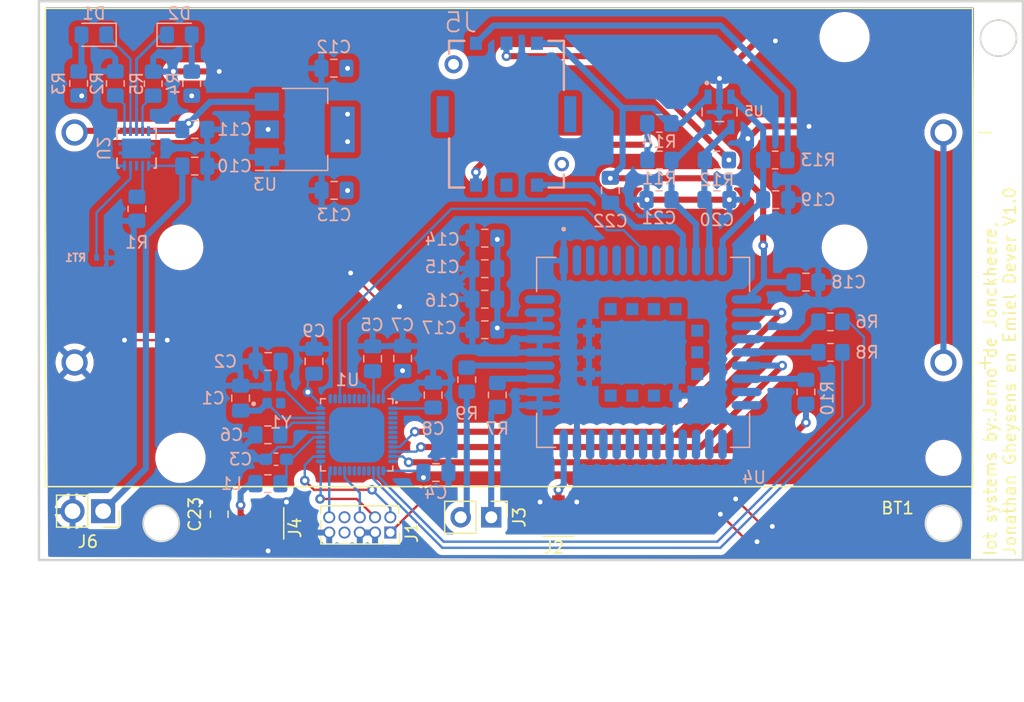
<source format=kicad_pcb>
(kicad_pcb (version 20221018) (generator pcbnew)
  (layers (0 "F.Cu" signal) (31 "B.Cu" signal) (34 "B.Paste" user) (35 "F.Paste" user) (36 "B.SilkS" user "B.Silkscreen") (37 "F.SilkS" user "F.Silkscreen") (38 "B.Mask" user) (39 "F.Mask" user) (44 "Edge.Cuts" user))
  (net 0 "")
  (net 1 "Net-(BT1-PadN1)")
  (net 2 "+3.3V")
  (net 3 "GND")
  (net 4 "Net-(D1-K)")
  (net 5 "Net-(D1-A)")
  (net 6 "Net-(D2-K)")
  (net 7 "Net-(D2-A)")
  (net 8 "Net-(U2-OUT)")
  (net 9 "Net-(J6-Pin_1)")
  (net 10 "xc2")
  (net 11 "Net-(J5-VCC)")
  (net 12 "CE_BQ25171")
  (net 13 "Net-(U4-USIM_CLK)")
  (net 14 "Net-(U4-USIM_RST)")
  (net 15 "Net-(U4-USIM_DATA)")
  (net 16 "Net-(J5-GND)")
  (net 17 "Net-(J1-SWDIO{slash}TMS)")
  (net 18 "Net-(J1-SWDCLK{slash}TCK)")
  (net 19 "SW0")
  (net 22 "Nreset")
  (net 23 "Net-(J3-Pin_1)")
  (net 24 "Net-(J3-Pin_2)")
  (net 25 "Net-(J5-RST)")
  (net 26 "Net-(J5-CLK)")
  (net 28 "Net-(J5-I{slash}O)")
  (net 29 "Net-(U2-ISET)")
  (net 30 "Net-(U2-CHM_TMP)")
  (net 31 "Net-(U2-VSET)")
  (net 32 "TXD_BC660")
  (net 33 "Net-(U4-MAIN_TXD)")
  (net 34 "Net-(U4-DBG_RXD)")
  (net 35 "RXD_BC660")
  (net 36 "Net-(U4-MAIN_RXD)")
  (net 37 "Net-(U4-DBG_TXD)")
  (net 38 "Net-(U4-RI)")
  (net 39 "RI_BC660")
  (net 40 "Net-(U2-TS)")
  (net 41 "Net-(U1-DEC1)")
  (net 49 "RESET_BC660")
  (net 50 "BOOT_BC660")
  (net 52 "PSM_EINT_BC660")
  (net 61 "Net-(U1-ANT)")
  (net 63 "Net-(U1-DEC3)")
  (net 64 "Net-(U1-XC1)")
  (net 71 "Net-(U1-DEC4)")
  (net 107 "Net-(J4-SIG)")
  (net 108 "Net-(J2-SIG)")
  (footprint "Capacitor_SMD:C_0805_2012Metric_Pad1.18x1.45mm_HandSolder" (layer "F.Cu") (at 115.062 110.998 -90)
    (fp_text reference "C23")
    (fp_text value "1.2pF")
  )
  (footprint "Connector_PinSocket_2.54mm:PinSocket_1x02_P2.54mm_Vertical" (layer "F.Cu") (at 105.41 110.744 -90)
    (fp_text reference "J6")
    (fp_text value "Conn_01x02_Pin")
  )
  (footprint "Connector_PinSocket_1.27mm:PinSocket_2x05_P1.27mm_Vertical" (layer "F.Cu") (at 129.286 112.522 -90)
    (fp_text reference "J1")
    (fp_text value "Conn_ARM_JTAG_SWD_10")
  )
  (footprint "Central:HRS_U.FL-R-SMT_01_" (layer "F.Cu") (at 143.256 111.532 180)
    (fp_text reference "J2")
    (fp_text value "U.FL-R-SMT_01_")
  )
  (footprint "Central:BAT_1049" (layer "F.Cu") (at 139.15 88.813)
    (fp_text reference "BT1")
    (fp_text value "1049")
  )
  (footprint "Central:HRS_U.FL-R-SMT_01_" (layer "F.Cu") (at 119.126 111.76 -90)
    (fp_text reference "J4")
    (fp_text value "U.FL-R-SMT_01_")
  )
  (footprint "Connector_PinHeader_2.54mm:PinHeader_1x02_P2.54mm_Vertical" (layer "F.Cu") (at 137.673 111.252 -90)
    (fp_text reference "J3")
    (fp_text value "Conn_01x02_Pin")
  )
  (footprint "Capacitor_SMD:C_0805_2012Metric_Pad1.18x1.45mm_HandSolder" (layer "B.Cu") (at 161.3115 84.836)
    (fp_text reference "C19")
    (fp_text value "33p")
  )
  (footprint "Resistor_SMD:R_0805_2012Metric_Pad1.20x1.40mm_HandSolder" (layer "B.Cu") (at 106.426 75.168 90)
    (fp_text reference "R2")
    (fp_text value "100K")
  )
  (footprint "Capacitor_SMD:C_0805_2012Metric_Pad1.18x1.45mm_HandSolder" (layer "B.Cu") (at 137.1388 88.0364)
    (fp_text reference "C14")
    (fp_text value "100µ")
  )
  (footprint "Capacitor_SMD:C_0805_2012Metric_Pad1.18x1.45mm_HandSolder" (layer "B.Cu") (at 119.1045 108.458 180)
    (fp_text reference "L1")
    (fp_text value "3.9n")
  )
  (footprint "Capacitor_SMD:C_0805_2012Metric_Pad1.18x1.45mm_HandSolder" (layer "B.Cu") (at 119.1045 104.394 180)
    (fp_text reference "C6")
    (fp_text value "100p")
  )
  (footprint "Capacitor_SMD:C_0805_2012Metric_Pad1.18x1.45mm_HandSolder" (layer "B.Cu") (at 122.939548 98.2765 90)
    (fp_text reference "C9")
    (fp_text value "100n")
  )
  (footprint "Resistor_SMD:R_0805_2012Metric_Pad1.20x1.40mm_HandSolder" (layer "B.Cu") (at 135.636 99.806 90)
    (fp_text reference "R9")
    (fp_text value "1k" hide)
  )
  (footprint "Central:OSCCC200X160X45N" (layer "B.Cu") (at 119.602048 101.045)
    (fp_text reference "Y1")
    (fp_text value "CX2016DB32000D0WZRC1")
  )
  (footprint "Central:QFN40P600X600X90-49N" (layer "B.Cu") (at 126.492 104.394 180)
    (fp_text reference "U1")
    (fp_text value "NRF52832-QFAA-R")
  )
  (footprint "Capacitor_SMD:C_0805_2012Metric_Pad1.18x1.45mm_HandSolder" (layer "B.Cu") (at 119.126 98.298)
    (fp_text reference "C2")
    (fp_text value "12pF")
  )
  (footprint "Resistor_SMD:R_0805_2012Metric_Pad1.20x1.40mm_HandSolder" (layer "B.Cu") (at 109.5752 75.184 90)
    (fp_text reference "R5")
    (fp_text value "3.6K")
  )
  (footprint "Capacitor_SMD:C_0805_2012Metric_Pad1.18x1.45mm_HandSolder" (layer "B.Cu") (at 113.03 82.042)
    (fp_text reference "C10")
    (fp_text value "1µ")
  )
  (footprint "Capacitor_SMD:C_0805_2012Metric_Pad1.18x1.45mm_HandSolder" (layer "B.Cu") (at 133.0745 107.528)
    (fp_text reference "C4")
    (fp_text value "100n")
  )
  (footprint "Capacitor_SMD:C_0805_2012Metric_Pad1.18x1.45mm_HandSolder" (layer "B.Cu") (at 151.6165 84.836 180)
    (fp_text reference "C21")
    (fp_text value "33p")
  )
  (footprint "Central:SOT95P280X145-5N" (layer "B.Cu") (at 156.646 77.536 -90)
    (fp_text reference "U5")
    (fp_text value "ESDS304DBVR")
  )
  (footprint "Resistor_SMD:R_0805_2012Metric_Pad1.20x1.40mm_HandSolder" (layer "B.Cu") (at 112.776 75.184 -90)
    (fp_text reference "R4")
    (fp_text value "10K")
  )
  (footprint "Central:GCT_SIM8051-6-0-14-01-X-REVD" (layer "B.Cu") (at 138.938 77.724)
    (fp_text reference "J5")
    (fp_text value "SIM")
  )
  (footprint "Capacitor_SMD:C_0805_2012Metric_Pad1.18x1.45mm_HandSolder" (layer "B.Cu") (at 124.5905 73.9)
    (fp_text reference "C12")
    (fp_text value "100n")
  )
  (footprint "Capacitor_SMD:C_0805_2012Metric_Pad1.18x1.45mm_HandSolder" (layer "B.Cu") (at 137.1388 93.1164)
    (fp_text reference "C16")
    (fp_text value "100p")
  )
  (footprint "Capacitor_SMD:C_0805_2012Metric_Pad1.18x1.45mm_HandSolder" (layer "B.Cu") (at 132.842 101.092 90)
    (fp_text reference "C8")
    (fp_text value "100n")
  )
  (footprint "Capacitor_SMD:C_0805_2012Metric_Pad1.18x1.45mm_HandSolder" (layer "B.Cu") (at 113.03 78.994)
    (fp_text reference "C11")
    (fp_text value "1µ")
  )
  (footprint "Capacitor_SMD:C_0805_2012Metric_Pad1.18x1.45mm_HandSolder" (layer "B.Cu") (at 116.84 101.346 -90)
    (fp_text reference "C1")
    (fp_text value "12pF")
  )
  (footprint "Resistor_SMD:R_0805_2012Metric_Pad1.20x1.40mm_HandSolder" (layer "B.Cu") (at 108.22 85.598 -90)
    (fp_text reference "R1")
    (fp_text value "3k")
  )
  (footprint "Resistor_SMD:R_0805_2012Metric_Pad1.20x1.40mm_HandSolder" (layer "B.Cu") (at 165.862 94.996 180)
    (fp_text reference "R6")
    (fp_text value "1k")
  )
  (footprint "Resistor_SMD:R_0805_2012Metric_Pad1.20x1.40mm_HandSolder" (layer "B.Cu") (at 161.274 81.534)
    (fp_text reference "R13")
    (fp_text value "22")
  )
  (footprint "Resistor_SMD:R_0805_2012Metric_Pad1.20x1.40mm_HandSolder" (layer "B.Cu") (at 165.862 97.536 180)
    (fp_text reference "R8")
    (fp_text value "1k")
  )
  (footprint "Resistor_SMD:R_0805_2012Metric_Pad1.20x1.40mm_HandSolder" (layer "B.Cu") (at 156.4268 81.534)
    (fp_text reference "R12")
    (fp_text value "22")
  )
  (footprint "LED_SMD:LED_0805_2012Metric_Pad1.15x1.40mm_HandSolder" (layer "B.Cu") (at 111.751 71.12)
    (fp_text reference "D2")
    (fp_text value "STAT2")
  )
  (footprint "Central:XCVR_BC660K-GL" (layer "B.Cu") (at 150.296 97.536 -90)
    (fp_text reference "U4")
    (fp_text value "BC660K-GL")
  )
  (footprint "Capacitor_SMD:C_0805_2012Metric_Pad1.18x1.45mm_HandSolder" (layer "B.Cu") (at 163.83 91.694)
    (fp_text reference "C18")
    (fp_text value "33p")
  )
  (footprint "LED_SMD:LED_0805_2012Metric_Pad1.15x1.40mm_HandSolder" (layer "B.Cu") (at 104.639 71.12 180)
    (fp_text reference "D1")
    (fp_text value "STAT1")
  )
  (footprint "Capacitor_SMD:C_0603_1608Metric_Pad1.08x0.95mm_HandSolder" (layer "B.Cu") (at 119.7875 106.426)
    (fp_text reference "C3")
    (fp_text value "0.8p")
  )
  (footprint "Capacitor_SMD:C_0805_2012Metric_Pad1.18x1.45mm_HandSolder" (layer "B.Cu") (at 147.574 84.0525 90)
    (fp_text reference "C22")
    (fp_text value "100n")
  )
  (footprint "Resistor_SMD:R_0805_2012Metric_Pad1.20x1.40mm_HandSolder" (layer "B.Cu") (at 138.176 101.076 90)
    (fp_text reference "R7")
    (fp_text value "1k")
  )
  (footprint "Capacitor_SMD:C_0805_2012Metric_Pad1.18x1.45mm_HandSolder" (layer "B.Cu") (at 127.81 98.0655 90)
    (fp_text reference "C5")
    (fp_text value "1u")
  )
  (footprint "Package_TO_SOT_SMD:SOT-223-3_TabPin2" (layer "B.Cu") (at 122.174 78.994)
    (fp_text reference "U3")
    (fp_text value "AMS1117-3.3")
  )
  (footprint "Central:VSON10_BQ25171_3X3_TEX" (layer "B.Cu") (at 108.188252 80.576428 90)
    (fp_text reference "U2")
    (fp_text value "BQ25171QWDRCRQ1")
  )
  (footprint "Capacitor_SMD:C_0805_2012Metric_Pad1.18x1.45mm_HandSolder" (layer "B.Cu") (at 124.612 84.06 180)
    (fp_text reference "C13")
    (fp_text value "10u")
  )
  (footprint "Resistor_SMD:R_0805_2012Metric_Pad1.20x1.40mm_HandSolder" (layer "B.Cu") (at 151.654 81.534 180)
    (fp_text reference "R11")
    (fp_text value "22")
  )
  (footprint "Capacitor_SMD:C_0805_2012Metric_Pad1.18x1.45mm_HandSolder" (layer "B.Cu") (at 156.4268 84.836)
    (fp_text reference "C20")
    (fp_text value "33p")
  )
  (footprint "Resistor_SMD:R_0805_2012Metric_Pad1.20x1.40mm_HandSolder" (layer "B.Cu") (at 103.378 75.168 -90)
    (fp_text reference "R3")
    (fp_text value "10K")
  )
  (footprint "Capacitor_SMD:C_0805_2012Metric_Pad1.18x1.45mm_HandSolder" (layer "B.Cu") (at 130.305548 98.044 -90)
    (fp_text reference "C7")
    (fp_text value "4.7u")
  )
  (footprint "Resistor_SMD:R_0805_2012Metric_Pad1.20x1.40mm_HandSolder" (layer "B.Cu") (at 163.83 100.822 -90)
    (fp_text reference "R10")
    (fp_text value "1k")
  )
  (footprint "Capacitor_SMD:C_0805_2012Metric_Pad1.18x1.45mm_HandSolder" (layer "B.Cu") (at 137.1388 95.6564)
    (fp_text reference "C17")
    (fp_text value "22p")
  )
  (footprint "Capacitor_SMD:C_0805_2012Metric_Pad1.18x1.45mm_HandSolder" (layer "B.Cu") (at 137.1388 90.5764)
    (fp_text reference "C15")
    (fp_text value "100n")
  )
  (footprint "Resistor_SMD:R_0805_2012Metric_Pad1.20x1.40mm_HandSolder" (layer "B.Cu") (at 151.638 78.486 180)
    (fp_text reference "R14")
    (fp_text value "10k")
  )
  (footprint "Central:THERM_NTCG103JF103FT1" (layer "B.Cu") (at 105.264 89.662 180)
    (fp_text reference "RT1")
    (fp_text value "NTCG103JF103FT1")
  )
  (gr_circle (center 179.832 71.398) (end 181.332 71.398) (stroke (width 0.15)) (fill none) (layer "Edge.Cuts"))
  (gr_rect (start 100.076 68.326) (end 181.864 114.808) (stroke (width 0.2)) (fill none) (layer "Edge.Cuts"))
  (gr_circle (center 110.236 111.76) (end 111.736 111.76) (stroke (width 0.15)) (fill none) (layer "Edge.Cuts"))
  (gr_circle (center 175.26 111.76) (end 176.76 111.76) (stroke (width 0.15)) (fill none) (layer "Edge.Cuts"))
  (gr_text "Iot systems by:Jarno de Jonckheere,\nJonathan Gheysens en Emiel Dever V1.0" (at 181.356 114.554 90) (layer "F.SilkS") (effects (font (size 1 1)) (justify left bottom)))
  (segment (start 175.26 98.378) (end 175.26 79.248) (width 0.508) (layer "B.Cu") (net 1))
  (segment (start 129.286 112.522) (end 132.037002 109.770998) (width 0.2) (layer "F.Cu") (net 2))
  (segment (start 132.037002 109.770998) (end 132.037002 107.95) (width 0.2) (layer "F.Cu") (net 2))
  (via (at 130.302 99.06) (size 0.8) (drill 0.4) (layers "F.Cu" "B.Cu") (net 2))
  (via (at 132.037002 107.95) (size 0.8) (drill 0.4) (layers "F.Cu" "B.Cu") (net 2))
  (via (at 112.776 76.2) (size 0.8) (drill 0.4) (layers "F.Cu" "B.Cu") (net 2))
  (via (at 122.428 100.838) (size 0.8) (drill 0.4) (layers "F.Cu" "B.Cu") (net 2))
  (via (at 138.176 88.138) (size 0.8) (drill 0.4) (layers "F.Cu" "B.Cu") (net 2))
  (via (at 122.428 100.838) (size 0.8) (drill 0.4) (layers "F.Cu" "B.Cu") (net 2))
  (via (at 119.126 78.994) (size 0.8) (drill 0.4) (layers "F.Cu" "B.Cu") (net 2))
  (via (at 125.73 77.724) (size 0.8) (drill 0.4) (layers "F.Cu" "B.Cu") (net 2))
  (via (at 138.176 95.504) (size 0.8) (drill 0.4) (layers "F.Cu" "B.Cu") (net 2))
  (via (at 103.632 76.2) (size 0.8) (drill 0.4) (layers "F.Cu" "B.Cu") (net 2))
  (via (at 125.73 84.074) (size 0.8) (drill 0.4) (layers "F.Cu" "B.Cu") (net 2))
  (via (at 125.73 80.01) (size 0.8) (drill 0.4) (layers "F.Cu" "B.Cu") (net 2))
  (via (at 125.73 73.914) (size 0.8) (drill 0.4) (layers "F.Cu" "B.Cu") (net 2))
  (segment (start 130.302 99.06) (end 130.556 99.06) (width 0.2) (layer "B.Cu") (net 2))
  (segment (start 141.696 95.336) (end 138.344 95.336) (width 0.508) (layer "B.Cu") (net 2))
  (segment (start 138.1763 90.5764) (end 138.1763 88.1383) (width 0.508) (layer "B.Cu") (net 2))
  (segment (start 130.305548 99.0815) (end 130.302 99.06) (width 0.2) (layer "B.Cu") (net 2))
  (segment (start 138.1763 95.5037) (end 138.176 95.504) (width 0.508) (layer "B.Cu") (net 2))
  (segment (start 125.628 73.9) (end 125.73 73.914) (width 0.25) (layer "B.Cu") (net 2))
  (segment (start 122.428 99.825548) (end 122.939548 99.314) (width 0.2) (layer "B.Cu") (net 2))
  (segment (start 138.1763 95.5043) (end 138.176 95.504) (width 0.25) (layer "B.Cu") (net 2))
  (segment (start 138.344 95.336) (end 138.176 95.504) (width 0.508) (layer "B.Cu") (net 2))
  (segment (start 130.556 99.06) (end 130.302 99.314) (width 0.2) (layer "B.Cu") (net 2))
  (segment (start 128.692 100.695048) (end 128.692 101.394) (width 0.2) (layer "B.Cu") (net 2))
  (segment (start 122.428 100.838) (end 122.428 99.825548) (width 0.2) (layer "B.Cu") (net 2))
  (segment (start 141.696 94.236) (end 141.696 95.336) (width 0.508) (layer "B.Cu") (net 2))
  (segment (start 130.302 99.314) (end 128.692 100.695048) (width 0.2) (layer "B.Cu") (net 2))
  (segment (start 138.1763 88.1383) (end 138.176 88.138) (width 0.508) (layer "B.Cu") (net 2))
  (segment (start 138.1763 90.5764) (end 138.1763 95.5037) (width 0.508) (layer "B.Cu") (net 2))
  (segment (start 123.492 102.194) (end 123.492 101.902) (width 0.2) (layer "B.Cu") (net 2))
  (segment (start 128.692 107.394) (end 131.902998 107.394) (width 0.2) (layer "B.Cu") (net 2))
  (segment (start 138.1763 88.1377) (end 138.1763 88.0364) (width 0.25) (layer "B.Cu") (net 2))
  (segment (start 138.1763 95.6564) (end 138.1763 95.5043) (width 0.25) (layer "B.Cu") (net 2))
  (segment (start 138.176 88.138) (end 138.1763 88.1377) (width 0.25) (layer "B.Cu") (net 2))
  (segment (start 123.492 101.902) (end 122.428 100.838) (width 0.2) (layer "B.Cu") (net 2))
  (segment (start 119.126 112.981) (end 119.126 114.046) (width 0.508) (layer "F.Cu") (net 3))
  (segment (start 157.988 109.728) (end 160.274 112.014) (width 0.2) (layer "F.Cu") (net 3))
  (segment (start 144.731 111.532) (end 144.731 110.031) (width 0.508) (layer "F.Cu") (net 3))
  (segment (start 113.5595 109.9605) (end 113.538 109.982) (width 0.508) (layer "F.Cu") (net 3))
  (segment (start 161.29 71.628) (end 159.766 71.628) (width 0.508) (layer "F.Cu") (net 3))
  (segment (start 115.062 109.9605) (end 113.5595 109.9605) (width 0.508) (layer "F.Cu") (net 3))
  (segment (start 141.781 110.031) (end 141.732 109.982) (width 0.508) (layer "F.Cu") (net 3))
  (segment (start 130.048 93.726) (end 128.778 93.726) (width 0.2) (layer "F.Cu") (net 3))
  (segment (start 156.718 110.998) (end 159.004 113.284) (width 0.2) (layer "F.Cu") (net 3))
  (segment (start 120.601 110.031) (end 120.65 109.982) (width 0.508) (layer "F.Cu") (net 3))
  (segment (start 144.731 110.031) (end 144.78 109.982) (width 0.508) (layer "F.Cu") (net 3))
  (segment (start 159.766 71.628) (end 156.645999 74.748001) (width 0.508) (layer "F.Cu") (net 3))
  (segment (start 111.252 74.168) (end 115.062 74.168) (width 0.508) (layer "F.Cu") (net 3))
  (segment (start 119.126 110.031) (end 120.601 110.031) (width 0.508) (layer "F.Cu") (net 3))
  (segment (start 159.004 79.756) (end 160.02 78.74) (width 0.508) (layer "F.Cu") (net 3))
  (segment (start 128.778 93.726) (end 125.984 90.932) (width 0.2) (layer "F.Cu") (net 3))
  (segment (start 160.274 112.014) (end 161.036 112.014) (width 0.2) (layer "F.Cu") (net 3))
  (segment (start 159.004 113.284) (end 159.766 113.284) (width 0.2) (layer "F.Cu") (net 3))
  (segment (start 150.622 84.836) (end 157.4643 84.836) (width 0.508) (layer "F.Cu") (net 3))
  (segment (start 141.781 111.532) (end 141.781 110.031) (width 0.508) (layer "F.Cu") (net 3))
  (segment (start 160.02 78.74) (end 164.084 78.74) (width 0.508) (layer "F.Cu") (net 3))
  (segment (start 110.744 96.52) (end 107.188 96.52) (width 0.2) (layer "F.Cu") (net 3))
  (via (at 130.048 93.726) (size 0.8) (drill 0.4) (layers "F.Cu" "B.Cu") (net 3))
  (via (at 111.252 74.168) (size 0.8) (drill 0.4) (layers "F.Cu" "B.Cu") (net 3))
  (via (at 150.622 84.836) (size 0.8) (drill 0.4) (layers "F.Cu" "B.Cu") (net 3))
  (via (at 156.718 110.998) (size 0.8) (drill 0.4) (layers "F.Cu" "B.Cu") (net 3))
  (via (at 156.645999 74.748001) (size 0.8) (drill 0.4) (layers "F.Cu" "B.Cu") (net 3))
  (via (at 107.188 96.52) (size 0.8) (drill 0.4) (layers "F.Cu" "B.Cu") (net 3))
  (via (at 119.126 114.046) (size 0.8) (drill 0.4) (layers "F.Cu" "B.Cu") (net 3))
  (via (at 157.4643 84.836) (size 0.8) (drill 0.4) (layers "F.Cu" "B.Cu") (net 3))
  (via (at 164.084 78.74) (size 0.8) (drill 0.4) (layers "F.Cu" "B.Cu") (net 3))
  (via (at 110.744 96.52) (size 0.8) (drill 0.4) (layers "F.Cu" "B.Cu") (net 3))
  (via (at 161.29 71.628) (size 0.8) (drill 0.4) (layers "F.Cu" "B.Cu") (net 3))
  (via (at 159.004 79.756) (size 0.8) (drill 0.4) (layers "F.Cu" "B.Cu") (net 3))
  (via (at 115.062 74.168) (size 0.8) (drill 0.4) (layers "F.Cu" "B.Cu") (net 3))
  (via (at 161.036 112.014) (size 0.8) (drill 0.4) (layers "F.Cu" "B.Cu") (net 3))
  (via (at 159.766 113.284) (size 0.8) (drill 0.4) (layers "F.Cu" "B.Cu") (net 3))
  (via (at 157.988 109.728) (size 0.8) (drill 0.4) (layers "F.Cu" "B.Cu") (net 3))
  (via (at 120.65 109.982) (size 0.8) (drill 0.4) (layers "F.Cu" "B.Cu") (net 3))
  (via (at 141.732 109.982) (size 0.8) (drill 0.4) (layers "F.Cu" "B.Cu") (net 3))
  (via (at 125.984 90.932) (size 0.8) (drill 0.4) (layers "F.Cu" "B.Cu") (net 3))
  (via (at 113.538 109.982) (size 0.8) (drill 0.4) (layers "F.Cu" "B.Cu") (net 3))
  (via (at 144.78 109.982) (size 0.8) (drill 0.4) (layers "F.Cu" "B.Cu") (net 3))
  (segment (start 136.1013 94.488) (end 136.1013 91.694) (width 0.508) (layer "B.Cu") (net 3))
  (segment (start 135.9916 90.5764) (end 134.874 91.694) (width 0.508) (layer "B.Cu") (net 3))
  (segment (start 123.492 104.194) (end 122.374 104.194) (width 0.2) (layer "B.Cu") (net 3))
  (segment (start 127.492 101.394) (end 127.492 103.394) (width 0.2) (layer "B.Cu") (net 3))
  (segment (start 118.925 106.426) (end 118.364 106.426) (width 0.508) (layer "B.Cu") (net 3))
  (segment (start 107.95 86.868) (end 107.95 87.884) (width 0.508) (layer "B.Cu") (net 3))
  (segment (start 107.188 82.024228) (end 106.189772 82.024228) (width 0.2) (layer "B.Cu") (net 3))
  (segment (start 127.492 103.394) (end 126.492 104.394) (width 0.2) (layer "B.Cu") (net 3))
  (segment (start 119.037048 100.33) (end 119.037048 99.246548) (width 0.508) (layer "B.Cu") (net 3))
  (segment (start 121.158 105.41) (end 119.941 105.41) (width 0.2) (layer "B.Cu") (net 3))
  (segment (start 109.5752 74.184) (end 111.236 74.184) (width 0.508) (layer "B.Cu") (net 3))
  (segment (start 119.941 105.41) (end 118.925 106.426) (width 0.2) (layer "B.Cu") (net 3))
  (segment (start 108.22 86.598) (end 107.95 86.868) (width 0.508) (layer "B.Cu") (net 3))
  (segment (start 136.1013 95.6564) (end 136.1013 94.488) (width 0.508) (layer "B.Cu") (net 3))
  (segment (start 119.037048 99.246548) (end 118.0885 98.298) (width 0.508) (layer "B.Cu") (net 3))
  (segment (start 118.067 104.394) (end 118.067 104.437) (width 0.508) (layer "B.Cu") (net 3))
  (segment (start 156.646 76.281) (end 156.646 74.748) (width 0.508) (layer "B.Cu") (net 3))
  (segment (start 126.292 104.194) (end 126.492 104.394) (width 0.2) (layer "B.Cu") (net 3))
  (segment (start 118.067 104.437) (end 116.84 105.664) (width 0.508) (layer "B.Cu") (net 3))
  (segment (start 136.1013 91.694) (end 136.1013 88.0364) (width 0.508) (layer "B.Cu") (net 3))
  (segment (start 127.492 100.822) (end 127 100.33) (width 0.2) (layer "B.Cu") (net 3))
  (segment (start 136.1013 93.1164) (end 136.0424 93.1164) (width 0.508) (layer "B.Cu") (net 3))
  (segment (start 106.189772 82.024228) (end 106.172 82.042) (width 0.2) (layer "B.Cu") (net 3))
  (segment (start 127.492 101.394) (end 127.492 100.822) (width 0.2) (layer "B.Cu") (net 3))
  (segment (start 118.364 106.426) (end 117.856 105.918) (width 0.508) (layer "B.Cu") (net 3))
  (segment (start 136.1013 90.5764) (end 135.9916 90.5764) (width 0.508) (layer "B.Cu") (net 3))
  (segment (start 119.037048 100.33) (end 116.8615 100.33) (width 0.508) (layer "B.Cu") (net 3))
  (segment (start 111.236 74.184) (end 111.252 74.168) (width 0.508) (layer "B.Cu") (net 3))
  (segment (start 116.8615 100.33) (end 116.84 100.3085) (width 0.508) (layer "B.Cu") (net 3))
  (segment (start 122.374 104.194) (end 121.158 105.41) (width 0.2) (layer "B.Cu") (net 3))
  (segment (start 123.492 104.194) (end 126.292 104.194) (width 0.2) (layer "B.Cu") (net 3))
  (segment (start 136.0424 93.1164) (end 134.874 91.948) (width 0.508) (layer "B.Cu") (net 3))
  (segment (start 107.688126 73.144126) (end 105.664 71.12) (width 0.2) (layer "B.Cu") (net 4))
  (segment (start 107.688126 79.128628) (end 107.688126 73.144126) (width 0.2) (layer "B.Cu") (net 4))
  (segment (start 103.614 71.12) (end 103.614 74.15) (width 0.508) (layer "B.Cu") (net 5))
  (segment (start 108.188252 79.128628) (end 108.188252 73.167748) (width 0.25) (layer "B.Cu") (net 6))
  (segment (start 108.188252 73.167748) (end 110.236 71.12) (width 0.25) (layer "B.Cu") (net 6))
  (segment (start 110.236 71.12) (end 110.726 71.12) (width 0.2) (layer "B.Cu") (net 6))
  (segment (start 112.776 74.184) (end 112.776 71.12) (width 0.508) (layer "B.Cu") (net 7))
  (segment (start 103.04 79.107) (end 111.901 79.107) (width 0.508) (layer "F.Cu") (net 8))
  (segment (start 111.901 79.107) (end 112.522 78.486) (width 0.508) (layer "F.Cu") (net 8))
  (via (at 112.522 78.486) (size 0.8) (drill 0.4) (layers "F.Cu" "B.Cu") (net 8))
  (segment (start 114.314 76.694) (end 112.522 78.486) (width 0.508) (layer "B.Cu") (net 8))
  (segment (start 111.9925 78.994) (end 111.857872 79.128628) (width 0.2) (layer "B.Cu") (net 8))
  (segment (start 111.857872 79.128628) (end 109.188504 79.128628) (width 0.2) (layer "B.Cu") (net 8))
  (segment (start 112.522 78.486) (end 112.014 78.994) (width 0.508) (layer "B.Cu") (net 8))
  (segment (start 112.014 78.994) (end 111.9925 78.994) (width 0.508) (layer "B.Cu") (net 8))
  (segment (start 119.024 76.694) (end 114.314 76.694) (width 0.508) (layer "B.Cu") (net 8))
  (segment (start 111.9925 84.8575) (end 111.9925 82.042) (width 0.508) (layer "B.Cu") (net 9))
  (segment (start 111.9925 82.042) (end 111.974728 82.024228) (width 0.2) (layer "B.Cu") (net 9))
  (segment (start 105.41 110.744) (end 108.966 107.188) (width 0.508) (layer "B.Cu") (net 9))
  (segment (start 108.966 87.884) (end 111.9925 84.8575) (width 0.508) (layer "B.Cu") (net 9))
  (segment (start 108.966 107.188) (end 108.966 87.884) (width 0.508) (layer "B.Cu") (net 9))
  (segment (start 111.974728 82.024228) (end 109.188504 82.024228) (width 0.2) (layer "B.Cu") (net 9))
  (segment (start 120.1635 100.326452) (end 120.167048 100.33) (width 0.508) (layer "B.Cu") (net 10))
  (segment (start 123.492 102.594) (end 122.431048 102.594) (width 0.2) (layer "B.Cu") (net 10))
  (segment (start 122.431048 102.594) (end 120.167048 100.33) (width 0.2) (layer "B.Cu") (net 10))
  (segment (start 120.1635 98.298) (end 120.1635 100.326452) (width 0.508) (layer "B.Cu") (net 10))
  (segment (start 158.75 83.058) (end 147.574 83.058) (width 0.508) (layer "F.Cu") (net 11))
  (segment (start 160.274 88.646) (end 160.274 84.582) (width 0.508) (layer "F.Cu") (net 11))
  (segment (start 160.274 84.582) (end 158.75 83.058) (width 0.508) (layer "F.Cu") (net 11))
  (via (at 147.574 83.058) (size 0.8) (drill 0.4) (layers "F.Cu" "B.Cu") (net 11))
  (via (at 160.274 88.646) (size 0.8) (drill 0.4) (layers "F.Cu" "B.Cu") (net 11))
  (segment (start 147.574 83.015) (end 148.59 81.999) (width 0.508) (layer "B.Cu") (net 11))
  (segment (start 143.198 71.824) (end 148.59 77.216) (width 0.508) (layer "B.Cu") (net 11))
  (segment (start 160.338 91.694) (end 158.896 93.136) (width 0.508) (layer "B.Cu") (net 11))
  (segment (start 141.478 71.824) (end 143.198 71.824) (width 0.508) (layer "B.Cu") (net 11))
  (segment (start 152.638 78.486) (end 153.491 78.486) (width 0.508) (layer "B.Cu") (net 11))
  (segment (start 152.384 78.486) (end 152.638 78.486) (width 0.508) (layer "B.Cu") (net 11))
  (segment (start 153.491 78.486) (end 155.696 76.281) (width 0.508) (layer "B.Cu") (net 11))
  (segment (start 151.114 77.216) (end 152.384 78.486) (width 0.508) (layer "B.Cu") (net 11))
  (segment (start 162.7925 91.694) (end 160.338 91.694) (width 0.508) (layer "B.Cu") (net 11))
  (segment (start 160.338 88.71) (end 160.274 88.646) (width 0.508) (layer "B.Cu") (net 11))
  (segment (start 148.59 77.216) (end 151.114 77.216) (width 0.508) (layer "B.Cu") (net 11))
  (segment (start 160.338 91.694) (end 160.338 88.71) (width 0.508) (layer "B.Cu") (net 11))
  (segment (start 148.59 81.999) (end 148.59 77.216) (width 0.508) (layer "B.Cu") (net 11))
  (segment (start 160.274 81.534) (end 160.274 78.959) (width 0.508) (layer "B.Cu") (net 13))
  (segment (start 156.896 89.886) (end 156.896 88.214) (width 0.508) (layer "B.Cu") (net 13))
  (segment (start 160.274 78.959) (end 157.596 76.281) (width 0.508) (layer "B.Cu") (net 13))
  (segment (start 156.896 88.214) (end 160.274 84.836) (width 0.508) (layer "B.Cu") (net 13))
  (segment (start 160.274 84.836) (end 160.274 81.534) (width 0.508) (layer "B.Cu") (net 13))
  (segment (start 155.796 85.2427) (end 155.3893 84.836) (width 0.508) (layer "B.Cu") (net 14))
  (segment (start 155.4268 81.534) (end 155.4268 80.9602) (width 0.508) (layer "B.Cu") (net 14))
  (segment (start 155.3893 81.5715) (end 155.4268 81.534) (width 0.508) (layer "B.Cu") (net 14))
  (segment (start 155.796 89.886) (end 155.796 85.2427) (width 0.508) (layer "B.Cu") (net 14))
  (segment (start 155.4268 80.9602) (end 157.596 78.791) (width 0.508) (layer "B.Cu") (net 14))
  (segment (start 155.3893 84.836) (end 155.3893 81.5715) (width 0.508) (layer "B.Cu") (net 14))
  (segment (start 152.953 81.534) (end 155.696 78.791) (width 0.508) (layer "B.Cu") (net 15))
  (segment (start 152.654 81.534) (end 152.953 81.534) (width 0.508) (layer "B.Cu") (net 15))
  (segment (start 152.654 81.534) (end 152.654 84.836) (width 0.508) (layer "B.Cu") (net 15))
  (segment (start 152.654 84.836) (end 154.696 86.878) (width 0.508) (layer "B.Cu") (net 15))
  (segment (start 154.696 86.878) (end 154.696 89.886) (width 0.508) (layer "B.Cu") (net 15))
  (segment (start 152.908 87.122) (end 153.596 87.81) (width 0.508) (layer "B.Cu") (net 16))
  (segment (start 146.108 83.624) (end 147.574 85.09) (width 0.508) (layer "B.Cu") (net 16))
  (segment (start 147.574 85.09) (end 149.606 87.122) (width 0.508) (layer "B.Cu") (net 16))
  (segment (start 141.478 83.624) (end 146.108 83.624) (width 0.508) (layer "B.Cu") (net 16))
  (segment (start 149.606 87.122) (end 152.908 87.122) (width 0.508) (layer "B.Cu") (net 16))
  (segment (start 153.596 87.81) (end 153.596 89.886) (width 0.508) (layer "B.Cu") (net 16))
  (segment (start 122.936 108.966) (end 122.174 108.204) (width 0.2) (layer "F.Cu") (net 17))
  (segment (start 127.762 108.966) (end 122.936 108.966) (width 0.2) (layer "F.Cu") (net 17))
  (via (at 127.762 108.966) (size 0.8) (drill 0.4) (layers "F.Cu" "B.Cu") (net 17))
  (via (at 122.174 108.204) (size 0.8) (drill 0.4) (layers "F.Cu" "B.Cu") (net 17))
  (segment (start 122.174 108.204) (end 122.174 106.934) (width 0.2) (layer "B.Cu") (net 17))
  (segment (start 122.892 106.194) (end 123.492 106.194) (width 0.2) (layer "B.Cu") (net 17))
  (segment (start 122.163 106.923) (end 122.892 106.194) (width 0.2) (layer "B.Cu") (net 17))
  (segment (start 129.286 111.252) (end 129.286 110.49) (width 0.2) (layer "B.Cu") (net 17))
  (segment (start 129.286 110.49) (end 127.762 108.966) (width 0.2) (layer "B.Cu") (net 17))
  (segment (start 122.174 106.934) (end 122.163 106.923) (width 0.2) (layer "B.Cu") (net 17))
  (segment (start 128.016 111.252) (end 126.492 109.728) (width 0.2) (layer "F.Cu") (net 18))
  (segment (start 126.492 109.728) (end 123.444 109.728) (width 0.2) (layer "F.Cu") (net 18))
  (via (at 123.444 109.728) (size 0.8) (drill 0.4) (layers "F.Cu" "B.Cu") (net 18))
  (segment (start 123.492 109.68) (end 123.444 109.728) (width 0.2) (layer "B.Cu") (net 18))
  (segment (start 123.492 106.594) (end 123.492 109.68) (width 0.2) (layer "B.Cu") (net 18))
  (segment (start 126.746 109.22) (end 126.746 111.252) (width 0.2) (layer "B.Cu") (net 19))
  (segment (start 125.492 107.966) (end 126.746 109.22) (width 0.2) (layer "B.Cu") (net 19))
  (segment (start 125.492 107.394) (end 125.492 107.966) (width 0.2) (layer "B.Cu") (net 19))
  (segment (start 124.206 107.48) (end 124.292 107.394) (width 0.2) (layer "B.Cu") (net 22))
  (segment (start 124.206 111.252) (end 124.206 107.48) (width 0.2) (layer "B.Cu") (net 22))
  (segment (start 138.176 102.076) (end 137.668 102.584) (width 0.508) (layer "B.Cu") (net 23))
  (segment (start 137.668 102.584) (end 137.668 111.247) (width 0.508) (layer "B.Cu") (net 23))
  (segment (start 135.636 100.806) (end 135.636 110.749) (width 0.508) (layer "B.Cu") (net 24))
  (segment (start 135.636 110.749) (end 135.133 111.252) (width 0.508) (layer "B.Cu") (net 24))
  (segment (start 138.938 72.898) (end 148.7908 72.898) (width 0.508) (layer "F.Cu") (net 25))
  (segment (start 148.7908 72.898) (end 157.4268 81.534) (width 0.508) (layer "F.Cu") (net 25))
  (via (at 157.4268 81.534) (size 0.8) (drill 0.4) (layers "F.Cu" "B.Cu") (net 25))
  (via (at 138.938 72.898) (size 0.8) (drill 0.4) (layers "F.Cu" "B.Cu") (net 25))
  (segment (start 138.938 71.824) (end 138.938 72.898) (width 0.508) (layer "B.Cu") (net 25))
  (segment (start 136.398 71.824) (end 137.864 70.358) (width 0.508) (layer "B.Cu") (net 26))
  (segment (start 137.864 70.358) (end 156.718 70.358) (width 0.508) (layer "B.Cu") (net 26))
  (segment (start 162.306 81.502) (end 162.274 81.534) (width 0.508) (layer "B.Cu") (net 26))
  (segment (start 162.306 75.946) (end 162.306 81.502) (width 0.508) (layer "B.Cu") (net 26))
  (segment (start 156.718 70.358) (end 162.306 75.946) (width 0.508) (layer "B.Cu") (net 26))
  (segment (start 138.43 80.264) (end 136.398 82.296) (width 0.508) (layer "F.Cu") (net 28))
  (segment (start 136.398 82.296) (end 136.398 82.55) (width 0.508) (layer "F.Cu") (net 28))
  (segment (start 150.654 80.264) (end 143.79884 80.264) (width 0.508) (layer "F.Cu") (net 28))
  (segment (start 143.79884 80.264) (end 138.43 80.264) (width 0.508) (layer "F.Cu") (net 28))
  (via (at 150.654 80.264) (size 0.8) (drill 0.4) (layers "F.Cu" "B.Cu") (net 28))
  (via (at 136.398 82.55) (size 0.8) (drill 0.4) (layers "F.Cu" "B.Cu") (net 28))
  (segment (start 150.654 78.756) (end 150.638 78.74) (width 0.508) (layer "B.Cu") (net 28))
  (segment (start 150.654 81.534) (end 150.654 78.756) (width 0.508) (layer "B.Cu") (net 28))
  (segment (start 136.398 82.55) (end 136.398 83.624) (width 0.508) (layer "B.Cu") (net 28))
  (segment (start 108.688378 84.129622) (end 108.22 84.598) (width 0.2) (layer "B.Cu") (net 29))
  (segment (start 108.688378 82.024228) (end 108.688378 84.129622) (width 0.2) (layer "B.Cu") (net 29))
  (segment (start 107.188 76.93) (end 107.188 79.128628) (width 0.2) (layer "B.Cu") (net 30))
  (segment (start 106.426 76.168) (end 107.188 76.93) (width 0.2) (layer "B.Cu") (net 30))
  (segment (start 109.5752 76.184) (end 108.688378 77.070822) (width 0.2) (layer "B.Cu") (net 31))
  (segment (start 108.688378 77.070822) (end 108.688378 79.128628) (width 0.2) (layer "B.Cu") (net 31))
  (segment (start 156.718 113.792) (end 168.656 101.854) (width 0.2) (layer "B.Cu") (net 32))
  (segment (start 133.604 113.792) (end 156.718 113.792) (width 0.2) (layer "B.Cu") (net 32))
  (segment (start 168.656 96.266) (end 167.386 94.996) (width 0.2) (layer "B.Cu") (net 32))
  (segment (start 167.386 94.996) (end 166.862 94.996) (width 0.2) (layer "B.Cu") (net 32))
  (segment (start 127.892 107.394) (end 127.892 108.08) (width 0.2) (layer "B.Cu") (net 32))
  (segment (start 127.892 108.08) (end 133.604 113.792) (width 0.2) (layer "B.Cu") (net 32))
  (segment (start 168.656 101.854) (end 168.656 96.266) (width 0.2) (layer "B.Cu") (net 32))
  (segment (start 163.422 96.436) (end 158.896 96.436) (width 0.508) (layer "B.Cu") (net 33))
  (segment (start 164.862 94.996) (end 163.422 96.436) (width 0.508) (layer "B.Cu") (net 33))
  (segment (start 138.516 99.736) (end 138.176 100.076) (width 0.508) (layer "B.Cu") (net 34))
  (segment (start 141.696 99.736) (end 138.516 99.736) (width 0.508) (layer "B.Cu") (net 34))
  (segment (start 156.464 113.284) (end 133.720513 113.284) (width 0.2) (layer "B.Cu") (net 35))
  (segment (start 166.878 102.87) (end 156.464 113.284) (width 0.2) (layer "B.Cu") (net 35))
  (segment (start 166.862 102.854) (end 166.878 102.87) (width 0.2) (layer "B.Cu") (net 35))
  (segment (start 166.862 97.536) (end 166.862 102.854) (width 0.2) (layer "B.Cu") (net 35))
  (segment (start 133.720513 113.284) (end 128.292 107.855487) (width 0.2) (layer "B.Cu") (net 35))
  (segment (start 128.292 107.855487) (end 128.292 107.394) (width 0.2) (layer "B.Cu") (net 35))
  (segment (start 164.862 97.536) (end 158.896 97.536) (width 0.508) (layer "B.Cu") (net 36))
  (segment (start 141.696 98.636) (end 135.806 98.636) (width 0.508) (layer "B.Cu") (net 37))
  (segment (start 135.806 98.636) (end 135.636 98.806) (width 0.508) (layer "B.Cu") (net 37))
  (segment (start 158.896 99.736) (end 163.744 99.736) (width 0.508) (layer "B.Cu") (net 38))
  (segment (start 163.744 99.736) (end 163.83 99.822) (width 0.508) (layer "B.Cu") (net 38))
  (segment (start 163.83 103.378) (end 160.528 106.68) (width 0.508) (layer "F.Cu") (net 39))
  (segment (start 160.528 106.68) (end 130.81 106.68) (width 0.508) (layer "F.Cu") (net 39))
  (via (at 130.81 106.68) (size 0.8) (drill 0.4) (layers "F.Cu" "B.Cu") (net 39))
  (via (at 163.83 103.378) (size 0.8) (drill 0.4) (layers "F.Cu" "B.Cu") (net 39))
  (segment (start 163.83 101.822) (end 163.83 103.378) (width 0.508) (layer "B.Cu") (net 39))
  (segment (start 129.492 106.194) (end 130.324 106.194) (width 0.2) (layer "B.Cu") (net 39))
  (segment (start 130.324 106.194) (end 130.81 106.68) (width 0.2) (layer "B.Cu") (net 39))
  (segment (start 107.688126 82.024228) (end 107.688126 83.065874) (width 0.2) (layer "B.Cu") (net 40))
  (segment (start 104.864 85.89) (end 104.864 89.662) (width 0.2) (layer "B.Cu") (net 40))
  (segment (start 107.688126 83.065874) (end 104.864 85.89) (width 0.2) (layer "B.Cu") (net 40))
  (segment (start 129.492 102.194) (end 132.7775 102.194) (width 0.2) (layer "B.Cu") (net 41))
  (segment (start 132.7775 102.194) (end 132.842 102.1295) (width 0.2) (layer "B.Cu") (net 41))
  (segment (start 151.892 104.14) (end 131.318 104.14) (width 0.508) (layer "F.Cu") (net 49))
  (segment (start 161.798 94.234) (end 151.892 104.14) (width 0.508) (layer "F.Cu") (net 49))
  (via (at 131.318 104.14) (size 0.8) (drill 0.4) (layers "F.Cu" "B.Cu") (net 49))
  (via (at 161.798 94.234) (size 0.8) (drill 0.4) (layers "F.Cu" "B.Cu") (net 49))
  (segment (start 161.796 94.236) (end 161.798 94.234) (width 0.508) (layer "B.Cu") (net 49))
  (segment (start 158.896 94.236) (end 161.796 94.236) (width 0.508) (layer "B.Cu") (net 49))
  (segment (start 130.064 105.394) (end 131.318 104.14) (width 0.2) (layer "B.Cu") (net 49))
  (segment (start 129.492 105.394) (end 130.064 105.394) (width 0.2) (layer "B.Cu") (net 49))
  (segment (start 125.092 101.394) (end 125.092 94.872) (width 0.2) (layer "B.Cu") (net 50))
  (segment (start 134.366 85.598) (end 145.542 85.598) (width 0.2) (layer "B.Cu") (net 50))
  (segment (start 125.092 94.872) (end 134.366 85.598) (width 0.2) (layer "B.Cu") (net 50))
  (segment (start 145.542 85.598) (end 147.32 87.376) (width 0.2) (layer "B.Cu") (net 50))
  (segment (start 148.686 87.376) (end 150.296 88.986) (width 0.2) (layer "B.Cu") (net 50))
  (segment (start 147.32 87.376) (end 148.686 87.376) (width 0.2) (layer "B.Cu") (net 50))
  (segment (start 150.296 88.986) (end 150.296 89.886) (width 0.2) (layer "B.Cu") (net 50))
  (segment (start 161.852964 98.636001) (end 155.078965 105.41) (width 0.508) (layer "F.Cu") (net 52))
  (segment (start 155.078965 105.41) (end 131.826 105.41) (width 0.508) (layer "F.Cu") (net 52))
  (via (at 161.852964 98.636001) (size 0.8) (drill 0.4) (layers "F.Cu" "B.Cu") (net 52))
  (via (at 131.826 105.41) (size 0.8) (drill 0.4) (layers "F.Cu" "B.Cu") (net 52))
  (segment (start 131.442 105.794) (end 131.826 105.41) (width 0.2) (layer "B.Cu") (net 52))
  (segment (start 129.492 105.794) (end 131.442 105.794) (width 0.2) (layer "B.Cu") (net 52))
  (segment (start 158.896 98.636) (end 161.852964 98.636001) (width 0.508) (layer "B.Cu") (net 52))
  (segment (start 120.65 107.95) (end 120.142 108.458) (width 0.2) (layer "B.Cu") (net 61))
  (segment (start 122.905558 104.594) (end 121.073558 106.426) (width 0.2) (layer "B.Cu") (net 61))
  (segment (start 120.65 106.426) (end 120.65 107.95) (width 0.2) (layer "B.Cu") (net 61))
  (segment (start 121.073558 106.426) (end 120.65 106.426) (width 0.2) (layer "B.Cu") (net 61))
  (segment (start 123.492 104.594) (end 122.905558 104.594) (width 0.2) (layer "B.Cu") (net 61))
  (segment (start 121.142 103.394) (end 120.142 104.394) (width 0.2) (layer "B.Cu") (net 63))
  (segment (start 123.492 103.394) (end 121.142 103.394) (width 0.2) (layer "B.Cu") (net 63))
  (segment (start 116.84 102.3835) (end 118.413548 102.3835) (width 0.508) (layer "B.Cu") (net 64))
  (segment (start 118.413548 102.3835) (end 119.037048 101.76) (width 0.508) (layer "B.Cu") (net 64))
  (segment (start 120.271048 102.994) (end 119.037048 101.76) (width 0.2) (layer "B.Cu") (net 64))
  (segment (start 123.492 102.994) (end 120.271048 102.994) (width 0.2) (layer "B.Cu") (net 64))
  (segment (start 127.81 99.103) (end 127.892 99.185) (width 0.2) (layer "B.Cu") (net 71))
  (segment (start 127.892 99.185) (end 127.892 101.394) (width 0.2) (layer "B.Cu") (net 71))
  (segment (start 117.3005 112.0355) (end 115.062 112.0355) (width 0.508) (layer "F.Cu") (net 107))
  (segment (start 117.576 111.76) (end 117.3005 112.0355) (width 0.508) (layer "F.Cu") (net 107))
  (segment (start 116.84 110.236) (end 116.84 111.024) (width 0.508) (layer "F.Cu") (net 107))
  (segment (start 116.84 111.024) (end 117.576 111.76) (width 0.508) (layer "F.Cu") (net 107))
  (via (at 116.84 110.236) (size 0.8) (drill 0.4) (layers "F.Cu" "B.Cu") (net 107))
  (segment (start 116.84 109.22) (end 116.84 110.236) (width 0.508) (layer "B.Cu") (net 107))
  (segment (start 117.602 108.458) (end 116.84 109.22) (width 0.508) (layer "B.Cu") (net 107))
  (segment (start 118.067 108.458) (end 117.602 108.458) (width 0.508) (layer "B.Cu") (net 107))
  (segment (start 143.256 109.982) (end 143.256 108.966) (width 0.508) (layer "F.Cu") (net 108))
  (via (at 143.256 108.966) (size 0.8) (drill 0.4) (layers "F.Cu" "B.Cu") (net 108))
  (segment (start 143.256 108.966) (end 143.696 108.526) (width 0.508) (layer "B.Cu") (net 108))
  (segment (start 143.696 108.526) (end 143.696 105.186) (width 0.508) (layer "B.Cu") (net 108))
  (zone (net 2) (net_name "+3.3V") (layer "F.Cu") (connect_pads (clearance 0.5)) (min_thickness 0.25) (fill yes (thermal_gap 0.5) (thermal_bridge_width 0.5))
    (polygon (pts (xy 100.584 68.834) (xy 100.838 108.712) (xy 177.546 108.458) (xy 177.8 68.834)))
  )
  (zone (net 3) (net_name "GND") (layer "B.Cu") (connect_pads (clearance 0.5)) (min_thickness 0.25) (fill yes (thermal_gap 0.5) (thermal_bridge_width 0.5))
    (polygon (pts (xy 100.584 68.834) (xy 100.838 114.554) (xy 177.546 114.808) (xy 177.8 68.834)))
  )
)
</source>
